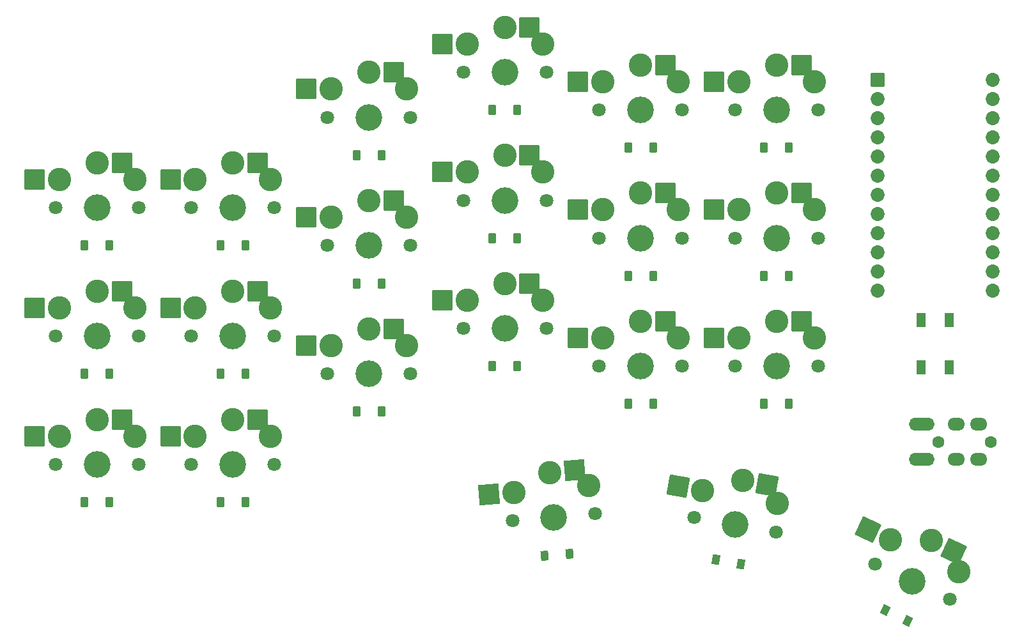
<source format=gbr>
%TF.GenerationSoftware,KiCad,Pcbnew,8.0.7*%
%TF.CreationDate,2024-12-30T14:18:56+04:00*%
%TF.ProjectId,ergoblock,6572676f-626c-46f6-936b-2e6b69636164,v1.0.0*%
%TF.SameCoordinates,Original*%
%TF.FileFunction,Soldermask,Top*%
%TF.FilePolarity,Negative*%
%FSLAX46Y46*%
G04 Gerber Fmt 4.6, Leading zero omitted, Abs format (unit mm)*
G04 Created by KiCad (PCBNEW 8.0.7) date 2024-12-30 14:18:56*
%MOMM*%
%LPD*%
G01*
G04 APERTURE LIST*
G04 Aperture macros list*
%AMRoundRect*
0 Rectangle with rounded corners*
0 $1 Rounding radius*
0 $2 $3 $4 $5 $6 $7 $8 $9 X,Y pos of 4 corners*
0 Add a 4 corners polygon primitive as box body*
4,1,4,$2,$3,$4,$5,$6,$7,$8,$9,$2,$3,0*
0 Add four circle primitives for the rounded corners*
1,1,$1+$1,$2,$3*
1,1,$1+$1,$4,$5*
1,1,$1+$1,$6,$7*
1,1,$1+$1,$8,$9*
0 Add four rect primitives between the rounded corners*
20,1,$1+$1,$2,$3,$4,$5,0*
20,1,$1+$1,$4,$5,$6,$7,0*
20,1,$1+$1,$6,$7,$8,$9,0*
20,1,$1+$1,$8,$9,$2,$3,0*%
G04 Aperture macros list end*
%ADD10RoundRect,0.050000X-0.550000X0.900000X-0.550000X-0.900000X0.550000X-0.900000X0.550000X0.900000X0*%
%ADD11C,1.801800*%
%ADD12C,3.100000*%
%ADD13C,3.529000*%
%ADD14RoundRect,0.050000X-1.300000X-1.300000X1.300000X-1.300000X1.300000X1.300000X-1.300000X1.300000X0*%
%ADD15RoundRect,0.050000X-0.450000X-0.600000X0.450000X-0.600000X0.450000X0.600000X-0.450000X0.600000X0*%
%ADD16RoundRect,0.050000X-1.505993X-1.054507X1.054507X-1.505993X1.505993X1.054507X-1.054507X1.505993X0*%
%ADD17RoundRect,0.050000X-0.876300X0.876300X-0.876300X-0.876300X0.876300X-0.876300X0.876300X0.876300X0*%
%ADD18C,1.852600*%
%ADD19RoundRect,0.050000X-1.181751X-1.408356X1.408356X-1.181751X1.181751X1.408356X-1.408356X1.181751X0*%
%ADD20RoundRect,0.050000X-0.661409X-0.353606X0.154268X-0.733963X0.661409X0.353606X-0.154268X0.733963X0*%
%ADD21RoundRect,0.050000X-0.395994X-0.636937X0.500581X-0.558497X0.395994X0.636937X-0.500581X0.558497X0*%
%ADD22RoundRect,0.050000X-0.547352X-0.512743X0.338975X-0.669026X0.547352X0.512743X-0.338975X0.669026X0*%
%ADD23C,1.600000*%
%ADD24O,2.300000X1.700000*%
%ADD25O,3.400000X1.700000*%
%ADD26RoundRect,0.050000X-1.727604X-0.628796X0.628796X-1.727604X1.727604X0.628796X-0.628796X1.727604X0*%
G04 APERTURE END LIST*
D10*
%TO.C,B1*%
X262850000Y-130900000D03*
X262850000Y-137100000D03*
X259150000Y-130900000D03*
X259150000Y-137100000D03*
%TD*%
D11*
%TO.C,S6*%
X162500000Y-116000000D03*
D12*
X163000000Y-112250000D03*
X168000000Y-110050000D03*
X168000000Y-110050000D03*
D13*
X168000000Y-116000000D03*
D12*
X173000000Y-112250000D03*
D11*
X173500000Y-116000000D03*
D14*
X171275000Y-110050000D03*
X159725000Y-112250000D03*
%TD*%
D11*
%TO.C,S1*%
X144500000Y-150000000D03*
D12*
X145000000Y-146250000D03*
X150000000Y-144050000D03*
X150000000Y-144050000D03*
D13*
X150000000Y-150000000D03*
D12*
X155000000Y-146250000D03*
D11*
X155500000Y-150000000D03*
D14*
X153275000Y-144050000D03*
X141725000Y-146250000D03*
%TD*%
D15*
%TO.C,D3*%
X148350000Y-121000000D03*
X151650000Y-121000000D03*
%TD*%
%TO.C,D6*%
X166350000Y-121000000D03*
X169650000Y-121000000D03*
%TD*%
%TO.C,D14*%
X220350000Y-125000000D03*
X223650000Y-125000000D03*
%TD*%
D11*
%TO.C,S10*%
X198500000Y-132000000D03*
D12*
X199000000Y-128250000D03*
X204000000Y-126050000D03*
X204000000Y-126050000D03*
D13*
X204000000Y-132000000D03*
D12*
X209000000Y-128250000D03*
D11*
X209500000Y-132000000D03*
D14*
X207275000Y-126050000D03*
X195725000Y-128250000D03*
%TD*%
D15*
%TO.C,D10*%
X202350000Y-137000000D03*
X205650000Y-137000000D03*
%TD*%
%TO.C,D8*%
X184350000Y-126000000D03*
X187650000Y-126000000D03*
%TD*%
D11*
%TO.C,S20*%
X229083557Y-157044935D03*
D12*
X230227142Y-153438730D03*
X235533207Y-152140394D03*
X235533207Y-152140394D03*
D13*
X234500000Y-158000000D03*
D12*
X240075219Y-155175212D03*
D11*
X239916443Y-158955065D03*
D16*
X238758452Y-152709092D03*
X227001897Y-152870032D03*
%TD*%
D17*
%TO.C,MCU1*%
X253380000Y-99030000D03*
D18*
X253380000Y-101570000D03*
X253380000Y-104110000D03*
X253380000Y-106650000D03*
X253380000Y-109190000D03*
X253380000Y-111730000D03*
X253380000Y-114270000D03*
X253380000Y-116810000D03*
X253380000Y-119350000D03*
X253380000Y-121890000D03*
X253380000Y-124430000D03*
X253380000Y-126970000D03*
X268620000Y-99030000D03*
X268620000Y-101570000D03*
X268620000Y-104110000D03*
X268620000Y-106650000D03*
X268620000Y-109190000D03*
X268620000Y-111730000D03*
X268620000Y-114270000D03*
X268620000Y-116810000D03*
X268620000Y-119350000D03*
X268620000Y-121890000D03*
X268620000Y-124430000D03*
X268620000Y-126970000D03*
%TD*%
D15*
%TO.C,D17*%
X238350000Y-125000000D03*
X241650000Y-125000000D03*
%TD*%
D11*
%TO.C,S14*%
X216500000Y-120000000D03*
D12*
X217000000Y-116250000D03*
X222000000Y-114050000D03*
X222000000Y-114050000D03*
D13*
X222000000Y-120000000D03*
D12*
X227000000Y-116250000D03*
D11*
X227500000Y-120000000D03*
D14*
X225275000Y-114050000D03*
X213725000Y-116250000D03*
%TD*%
D11*
%TO.C,S2*%
X144500000Y-133000000D03*
D12*
X145000000Y-129250000D03*
X150000000Y-127050000D03*
X150000000Y-127050000D03*
D13*
X150000000Y-133000000D03*
D12*
X155000000Y-129250000D03*
D11*
X155500000Y-133000000D03*
D14*
X153275000Y-127050000D03*
X141725000Y-129250000D03*
%TD*%
D11*
%TO.C,S3*%
X144500000Y-116000000D03*
D12*
X145000000Y-112250000D03*
X150000000Y-110050000D03*
X150000000Y-110050000D03*
D13*
X150000000Y-116000000D03*
D12*
X155000000Y-112250000D03*
D11*
X155500000Y-116000000D03*
D14*
X153275000Y-110050000D03*
X141725000Y-112250000D03*
%TD*%
D15*
%TO.C,D12*%
X202350000Y-103000000D03*
X205650000Y-103000000D03*
%TD*%
%TO.C,D13*%
X220350000Y-142000000D03*
X223650000Y-142000000D03*
%TD*%
%TO.C,D11*%
X202350000Y-120000000D03*
X205650000Y-120000000D03*
%TD*%
D11*
%TO.C,S13*%
X216500000Y-137000000D03*
D12*
X217000000Y-133250000D03*
X222000000Y-131050000D03*
X222000000Y-131050000D03*
D13*
X222000000Y-137000000D03*
D12*
X227000000Y-133250000D03*
D11*
X227500000Y-137000000D03*
D14*
X225275000Y-131050000D03*
X213725000Y-133250000D03*
%TD*%
D15*
%TO.C,D1*%
X148350000Y-155000000D03*
X151650000Y-155000000D03*
%TD*%
D11*
%TO.C,S18*%
X234500000Y-103000000D03*
D12*
X235000000Y-99250000D03*
X240000000Y-97050000D03*
X240000000Y-97050000D03*
D13*
X240000000Y-103000000D03*
D12*
X245000000Y-99250000D03*
D11*
X245500000Y-103000000D03*
D14*
X243275000Y-97050000D03*
X231725000Y-99250000D03*
%TD*%
D11*
%TO.C,S4*%
X162500000Y-150000000D03*
D12*
X163000000Y-146250000D03*
X168000000Y-144050000D03*
X168000000Y-144050000D03*
D13*
X168000000Y-150000000D03*
D12*
X173000000Y-146250000D03*
D11*
X173500000Y-150000000D03*
D14*
X171275000Y-144050000D03*
X159725000Y-146250000D03*
%TD*%
D15*
%TO.C,D5*%
X166350000Y-138000000D03*
X169650000Y-138000000D03*
%TD*%
D11*
%TO.C,S9*%
X180500000Y-104000000D03*
D12*
X181000000Y-100250000D03*
X186000000Y-98050000D03*
X186000000Y-98050000D03*
D13*
X186000000Y-104000000D03*
D12*
X191000000Y-100250000D03*
D11*
X191500000Y-104000000D03*
D14*
X189275000Y-98050000D03*
X177725000Y-100250000D03*
%TD*%
D11*
%TO.C,S7*%
X180500000Y-138000000D03*
D12*
X181000000Y-134250000D03*
X186000000Y-132050000D03*
X186000000Y-132050000D03*
D13*
X186000000Y-138000000D03*
D12*
X191000000Y-134250000D03*
D11*
X191500000Y-138000000D03*
D14*
X189275000Y-132050000D03*
X177725000Y-134250000D03*
%TD*%
D11*
%TO.C,S8*%
X180500000Y-121000000D03*
D12*
X181000000Y-117250000D03*
X186000000Y-115050000D03*
X186000000Y-115050000D03*
D13*
X186000000Y-121000000D03*
D12*
X191000000Y-117250000D03*
D11*
X191500000Y-121000000D03*
D14*
X189275000Y-115050000D03*
X177725000Y-117250000D03*
%TD*%
D11*
%TO.C,S19*%
X205020929Y-157479357D03*
D12*
X205192190Y-153700049D03*
X209981423Y-151072642D03*
X209981423Y-151072642D03*
D13*
X210500000Y-157000000D03*
D12*
X215154139Y-152828491D03*
D11*
X215979071Y-156520643D03*
D19*
X213243961Y-150787206D03*
X201929655Y-153985484D03*
%TD*%
D15*
%TO.C,D15*%
X220350000Y-108000000D03*
X223650000Y-108000000D03*
%TD*%
%TO.C,D18*%
X238350000Y-108000000D03*
X241650000Y-108000000D03*
%TD*%
D20*
%TO.C,D21*%
X254391501Y-169334219D03*
X257382317Y-170728859D03*
%TD*%
D15*
%TO.C,D7*%
X184350000Y-143000000D03*
X187650000Y-143000000D03*
%TD*%
%TO.C,D2*%
X148350000Y-138000000D03*
X151650000Y-138000000D03*
%TD*%
D11*
%TO.C,S15*%
X216500000Y-103000000D03*
D12*
X217000000Y-99250000D03*
X222000000Y-97050000D03*
X222000000Y-97050000D03*
D13*
X222000000Y-103000000D03*
D12*
X227000000Y-99250000D03*
D11*
X227500000Y-103000000D03*
D14*
X225275000Y-97050000D03*
X213725000Y-99250000D03*
%TD*%
D11*
%TO.C,S16*%
X234500000Y-137000000D03*
D12*
X235000000Y-133250000D03*
X240000000Y-131050000D03*
X240000000Y-131050000D03*
D13*
X240000000Y-137000000D03*
D12*
X245000000Y-133250000D03*
D11*
X245500000Y-137000000D03*
D14*
X243275000Y-131050000D03*
X231725000Y-133250000D03*
%TD*%
D15*
%TO.C,D9*%
X184350000Y-109000000D03*
X187650000Y-109000000D03*
%TD*%
D21*
%TO.C,D19*%
X209292058Y-162124781D03*
X212579500Y-161837167D03*
%TD*%
D22*
%TO.C,D20*%
X232006826Y-162637520D03*
X235256692Y-163210558D03*
%TD*%
D11*
%TO.C,S12*%
X198500000Y-98000000D03*
D12*
X199000000Y-94250000D03*
X204000000Y-92050000D03*
X204000000Y-92050000D03*
D13*
X204000000Y-98000000D03*
D12*
X209000000Y-94250000D03*
D11*
X209500000Y-98000000D03*
D14*
X207275000Y-92050000D03*
X195725000Y-94250000D03*
%TD*%
D11*
%TO.C,S5*%
X162500000Y-133000000D03*
D12*
X163000000Y-129250000D03*
X168000000Y-127050000D03*
X168000000Y-127050000D03*
D13*
X168000000Y-133000000D03*
D12*
X173000000Y-129250000D03*
D11*
X173500000Y-133000000D03*
D14*
X171275000Y-127050000D03*
X159725000Y-129250000D03*
%TD*%
D11*
%TO.C,S11*%
X198500000Y-115000000D03*
D12*
X199000000Y-111250000D03*
X204000000Y-109050000D03*
X204000000Y-109050000D03*
D13*
X204000000Y-115000000D03*
D12*
X209000000Y-111250000D03*
D11*
X209500000Y-115000000D03*
D14*
X207275000Y-109050000D03*
X195725000Y-111250000D03*
%TD*%
D15*
%TO.C,D4*%
X166350000Y-155000000D03*
X169650000Y-155000000D03*
%TD*%
D23*
%TO.C,TRRS1*%
X268400000Y-147000000D03*
X261400000Y-147000000D03*
D24*
X266800000Y-144700000D03*
X266800000Y-149300000D03*
X263800000Y-144700000D03*
X263800000Y-149300000D03*
D25*
X259250000Y-144700000D03*
X259250000Y-149300000D03*
%TD*%
D11*
%TO.C,S21*%
X253015307Y-163175600D03*
D12*
X255053280Y-159988254D03*
X260514579Y-160107469D03*
X260514579Y-160107469D03*
D13*
X258000000Y-165500000D03*
D12*
X264116357Y-164214437D03*
D11*
X262984693Y-167824400D03*
D26*
X263482737Y-161491543D03*
X252085122Y-158604180D03*
%TD*%
D11*
%TO.C,S17*%
X234500000Y-120000000D03*
D12*
X235000000Y-116250000D03*
X240000000Y-114050000D03*
X240000000Y-114050000D03*
D13*
X240000000Y-120000000D03*
D12*
X245000000Y-116250000D03*
D11*
X245500000Y-120000000D03*
D14*
X243275000Y-114050000D03*
X231725000Y-116250000D03*
%TD*%
D15*
%TO.C,D16*%
X238350000Y-142000000D03*
X241650000Y-142000000D03*
%TD*%
M02*

</source>
